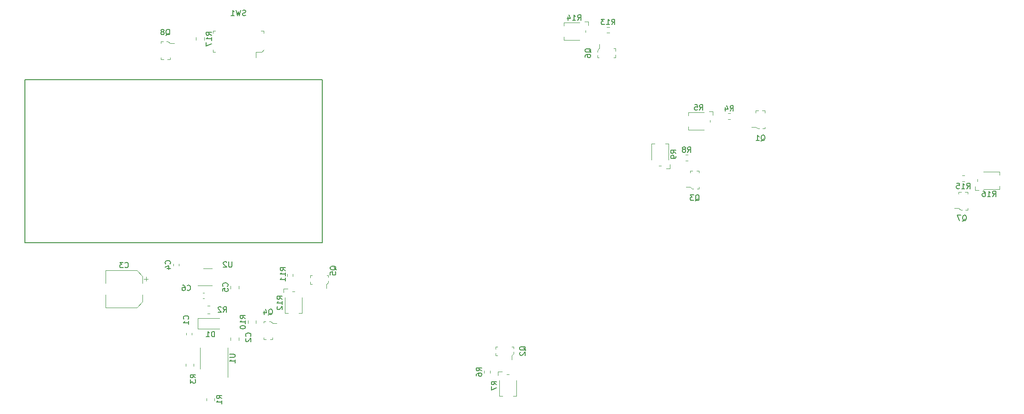
<source format=gbr>
%TF.GenerationSoftware,KiCad,Pcbnew,7.0.6-0*%
%TF.CreationDate,2023-08-22T23:51:49+02:00*%
%TF.ProjectId,tannenbaum,74616e6e-656e-4626-9175-6d2e6b696361,2.0*%
%TF.SameCoordinates,Original*%
%TF.FileFunction,Legend,Bot*%
%TF.FilePolarity,Positive*%
%FSLAX46Y46*%
G04 Gerber Fmt 4.6, Leading zero omitted, Abs format (unit mm)*
G04 Created by KiCad (PCBNEW 7.0.6-0) date 2023-08-22 23:51:49*
%MOMM*%
%LPD*%
G01*
G04 APERTURE LIST*
%ADD10C,0.150000*%
%ADD11C,0.120000*%
%ADD12C,0.100000*%
%ADD13C,0.127000*%
G04 APERTURE END LIST*
D10*
X73974819Y-128843095D02*
X74784342Y-128843095D01*
X74784342Y-128843095D02*
X74879580Y-128890714D01*
X74879580Y-128890714D02*
X74927200Y-128938333D01*
X74927200Y-128938333D02*
X74974819Y-129033571D01*
X74974819Y-129033571D02*
X74974819Y-129224047D01*
X74974819Y-129224047D02*
X74927200Y-129319285D01*
X74927200Y-129319285D02*
X74879580Y-129366904D01*
X74879580Y-129366904D02*
X74784342Y-129414523D01*
X74784342Y-129414523D02*
X73974819Y-129414523D01*
X74974819Y-130414523D02*
X74974819Y-129843095D01*
X74974819Y-130128809D02*
X73974819Y-130128809D01*
X73974819Y-130128809D02*
X74117676Y-130033571D01*
X74117676Y-130033571D02*
X74212914Y-129938333D01*
X74212914Y-129938333D02*
X74260533Y-129843095D01*
X74421904Y-111849819D02*
X74421904Y-112659342D01*
X74421904Y-112659342D02*
X74374285Y-112754580D01*
X74374285Y-112754580D02*
X74326666Y-112802200D01*
X74326666Y-112802200D02*
X74231428Y-112849819D01*
X74231428Y-112849819D02*
X74040952Y-112849819D01*
X74040952Y-112849819D02*
X73945714Y-112802200D01*
X73945714Y-112802200D02*
X73898095Y-112754580D01*
X73898095Y-112754580D02*
X73850476Y-112659342D01*
X73850476Y-112659342D02*
X73850476Y-111849819D01*
X73421904Y-111945057D02*
X73374285Y-111897438D01*
X73374285Y-111897438D02*
X73279047Y-111849819D01*
X73279047Y-111849819D02*
X73040952Y-111849819D01*
X73040952Y-111849819D02*
X72945714Y-111897438D01*
X72945714Y-111897438D02*
X72898095Y-111945057D01*
X72898095Y-111945057D02*
X72850476Y-112040295D01*
X72850476Y-112040295D02*
X72850476Y-112135533D01*
X72850476Y-112135533D02*
X72898095Y-112278390D01*
X72898095Y-112278390D02*
X73469523Y-112849819D01*
X73469523Y-112849819D02*
X72850476Y-112849819D01*
X70684819Y-70199642D02*
X70208628Y-69866309D01*
X70684819Y-69628214D02*
X69684819Y-69628214D01*
X69684819Y-69628214D02*
X69684819Y-70009166D01*
X69684819Y-70009166D02*
X69732438Y-70104404D01*
X69732438Y-70104404D02*
X69780057Y-70152023D01*
X69780057Y-70152023D02*
X69875295Y-70199642D01*
X69875295Y-70199642D02*
X70018152Y-70199642D01*
X70018152Y-70199642D02*
X70113390Y-70152023D01*
X70113390Y-70152023D02*
X70161009Y-70104404D01*
X70161009Y-70104404D02*
X70208628Y-70009166D01*
X70208628Y-70009166D02*
X70208628Y-69628214D01*
X70684819Y-71152023D02*
X70684819Y-70580595D01*
X70684819Y-70866309D02*
X69684819Y-70866309D01*
X69684819Y-70866309D02*
X69827676Y-70771071D01*
X69827676Y-70771071D02*
X69922914Y-70675833D01*
X69922914Y-70675833D02*
X69970533Y-70580595D01*
X69684819Y-71485357D02*
X69684819Y-72152023D01*
X69684819Y-72152023D02*
X70684819Y-71723452D01*
X214107857Y-99839819D02*
X214441190Y-99363628D01*
X214679285Y-99839819D02*
X214679285Y-98839819D01*
X214679285Y-98839819D02*
X214298333Y-98839819D01*
X214298333Y-98839819D02*
X214203095Y-98887438D01*
X214203095Y-98887438D02*
X214155476Y-98935057D01*
X214155476Y-98935057D02*
X214107857Y-99030295D01*
X214107857Y-99030295D02*
X214107857Y-99173152D01*
X214107857Y-99173152D02*
X214155476Y-99268390D01*
X214155476Y-99268390D02*
X214203095Y-99316009D01*
X214203095Y-99316009D02*
X214298333Y-99363628D01*
X214298333Y-99363628D02*
X214679285Y-99363628D01*
X213155476Y-99839819D02*
X213726904Y-99839819D01*
X213441190Y-99839819D02*
X213441190Y-98839819D01*
X213441190Y-98839819D02*
X213536428Y-98982676D01*
X213536428Y-98982676D02*
X213631666Y-99077914D01*
X213631666Y-99077914D02*
X213726904Y-99125533D01*
X212298333Y-98839819D02*
X212488809Y-98839819D01*
X212488809Y-98839819D02*
X212584047Y-98887438D01*
X212584047Y-98887438D02*
X212631666Y-98935057D01*
X212631666Y-98935057D02*
X212726904Y-99077914D01*
X212726904Y-99077914D02*
X212774523Y-99268390D01*
X212774523Y-99268390D02*
X212774523Y-99649342D01*
X212774523Y-99649342D02*
X212726904Y-99744580D01*
X212726904Y-99744580D02*
X212679285Y-99792200D01*
X212679285Y-99792200D02*
X212584047Y-99839819D01*
X212584047Y-99839819D02*
X212393571Y-99839819D01*
X212393571Y-99839819D02*
X212298333Y-99792200D01*
X212298333Y-99792200D02*
X212250714Y-99744580D01*
X212250714Y-99744580D02*
X212203095Y-99649342D01*
X212203095Y-99649342D02*
X212203095Y-99411247D01*
X212203095Y-99411247D02*
X212250714Y-99316009D01*
X212250714Y-99316009D02*
X212298333Y-99268390D01*
X212298333Y-99268390D02*
X212393571Y-99220771D01*
X212393571Y-99220771D02*
X212584047Y-99220771D01*
X212584047Y-99220771D02*
X212679285Y-99268390D01*
X212679285Y-99268390D02*
X212726904Y-99316009D01*
X212726904Y-99316009D02*
X212774523Y-99411247D01*
X209367857Y-98404819D02*
X209701190Y-97928628D01*
X209939285Y-98404819D02*
X209939285Y-97404819D01*
X209939285Y-97404819D02*
X209558333Y-97404819D01*
X209558333Y-97404819D02*
X209463095Y-97452438D01*
X209463095Y-97452438D02*
X209415476Y-97500057D01*
X209415476Y-97500057D02*
X209367857Y-97595295D01*
X209367857Y-97595295D02*
X209367857Y-97738152D01*
X209367857Y-97738152D02*
X209415476Y-97833390D01*
X209415476Y-97833390D02*
X209463095Y-97881009D01*
X209463095Y-97881009D02*
X209558333Y-97928628D01*
X209558333Y-97928628D02*
X209939285Y-97928628D01*
X208415476Y-98404819D02*
X208986904Y-98404819D01*
X208701190Y-98404819D02*
X208701190Y-97404819D01*
X208701190Y-97404819D02*
X208796428Y-97547676D01*
X208796428Y-97547676D02*
X208891666Y-97642914D01*
X208891666Y-97642914D02*
X208986904Y-97690533D01*
X207510714Y-97404819D02*
X207986904Y-97404819D01*
X207986904Y-97404819D02*
X208034523Y-97881009D01*
X208034523Y-97881009D02*
X207986904Y-97833390D01*
X207986904Y-97833390D02*
X207891666Y-97785771D01*
X207891666Y-97785771D02*
X207653571Y-97785771D01*
X207653571Y-97785771D02*
X207558333Y-97833390D01*
X207558333Y-97833390D02*
X207510714Y-97881009D01*
X207510714Y-97881009D02*
X207463095Y-97976247D01*
X207463095Y-97976247D02*
X207463095Y-98214342D01*
X207463095Y-98214342D02*
X207510714Y-98309580D01*
X207510714Y-98309580D02*
X207558333Y-98357200D01*
X207558333Y-98357200D02*
X207653571Y-98404819D01*
X207653571Y-98404819D02*
X207891666Y-98404819D01*
X207891666Y-98404819D02*
X207986904Y-98357200D01*
X207986904Y-98357200D02*
X208034523Y-98309580D01*
X137907857Y-67439819D02*
X138241190Y-66963628D01*
X138479285Y-67439819D02*
X138479285Y-66439819D01*
X138479285Y-66439819D02*
X138098333Y-66439819D01*
X138098333Y-66439819D02*
X138003095Y-66487438D01*
X138003095Y-66487438D02*
X137955476Y-66535057D01*
X137955476Y-66535057D02*
X137907857Y-66630295D01*
X137907857Y-66630295D02*
X137907857Y-66773152D01*
X137907857Y-66773152D02*
X137955476Y-66868390D01*
X137955476Y-66868390D02*
X138003095Y-66916009D01*
X138003095Y-66916009D02*
X138098333Y-66963628D01*
X138098333Y-66963628D02*
X138479285Y-66963628D01*
X136955476Y-67439819D02*
X137526904Y-67439819D01*
X137241190Y-67439819D02*
X137241190Y-66439819D01*
X137241190Y-66439819D02*
X137336428Y-66582676D01*
X137336428Y-66582676D02*
X137431666Y-66677914D01*
X137431666Y-66677914D02*
X137526904Y-66725533D01*
X136098333Y-66773152D02*
X136098333Y-67439819D01*
X136336428Y-66392200D02*
X136574523Y-67106485D01*
X136574523Y-67106485D02*
X135955476Y-67106485D01*
X144152857Y-68239819D02*
X144486190Y-67763628D01*
X144724285Y-68239819D02*
X144724285Y-67239819D01*
X144724285Y-67239819D02*
X144343333Y-67239819D01*
X144343333Y-67239819D02*
X144248095Y-67287438D01*
X144248095Y-67287438D02*
X144200476Y-67335057D01*
X144200476Y-67335057D02*
X144152857Y-67430295D01*
X144152857Y-67430295D02*
X144152857Y-67573152D01*
X144152857Y-67573152D02*
X144200476Y-67668390D01*
X144200476Y-67668390D02*
X144248095Y-67716009D01*
X144248095Y-67716009D02*
X144343333Y-67763628D01*
X144343333Y-67763628D02*
X144724285Y-67763628D01*
X143200476Y-68239819D02*
X143771904Y-68239819D01*
X143486190Y-68239819D02*
X143486190Y-67239819D01*
X143486190Y-67239819D02*
X143581428Y-67382676D01*
X143581428Y-67382676D02*
X143676666Y-67477914D01*
X143676666Y-67477914D02*
X143771904Y-67525533D01*
X142867142Y-67239819D02*
X142248095Y-67239819D01*
X142248095Y-67239819D02*
X142581428Y-67620771D01*
X142581428Y-67620771D02*
X142438571Y-67620771D01*
X142438571Y-67620771D02*
X142343333Y-67668390D01*
X142343333Y-67668390D02*
X142295714Y-67716009D01*
X142295714Y-67716009D02*
X142248095Y-67811247D01*
X142248095Y-67811247D02*
X142248095Y-68049342D01*
X142248095Y-68049342D02*
X142295714Y-68144580D01*
X142295714Y-68144580D02*
X142343333Y-68192200D01*
X142343333Y-68192200D02*
X142438571Y-68239819D01*
X142438571Y-68239819D02*
X142724285Y-68239819D01*
X142724285Y-68239819D02*
X142819523Y-68192200D01*
X142819523Y-68192200D02*
X142867142Y-68144580D01*
X83679819Y-118737142D02*
X83203628Y-118403809D01*
X83679819Y-118165714D02*
X82679819Y-118165714D01*
X82679819Y-118165714D02*
X82679819Y-118546666D01*
X82679819Y-118546666D02*
X82727438Y-118641904D01*
X82727438Y-118641904D02*
X82775057Y-118689523D01*
X82775057Y-118689523D02*
X82870295Y-118737142D01*
X82870295Y-118737142D02*
X83013152Y-118737142D01*
X83013152Y-118737142D02*
X83108390Y-118689523D01*
X83108390Y-118689523D02*
X83156009Y-118641904D01*
X83156009Y-118641904D02*
X83203628Y-118546666D01*
X83203628Y-118546666D02*
X83203628Y-118165714D01*
X83679819Y-119689523D02*
X83679819Y-119118095D01*
X83679819Y-119403809D02*
X82679819Y-119403809D01*
X82679819Y-119403809D02*
X82822676Y-119308571D01*
X82822676Y-119308571D02*
X82917914Y-119213333D01*
X82917914Y-119213333D02*
X82965533Y-119118095D01*
X82775057Y-120070476D02*
X82727438Y-120118095D01*
X82727438Y-120118095D02*
X82679819Y-120213333D01*
X82679819Y-120213333D02*
X82679819Y-120451428D01*
X82679819Y-120451428D02*
X82727438Y-120546666D01*
X82727438Y-120546666D02*
X82775057Y-120594285D01*
X82775057Y-120594285D02*
X82870295Y-120641904D01*
X82870295Y-120641904D02*
X82965533Y-120641904D01*
X82965533Y-120641904D02*
X83108390Y-120594285D01*
X83108390Y-120594285D02*
X83679819Y-120022857D01*
X83679819Y-120022857D02*
X83679819Y-120641904D01*
X76909819Y-122269642D02*
X76433628Y-121936309D01*
X76909819Y-121698214D02*
X75909819Y-121698214D01*
X75909819Y-121698214D02*
X75909819Y-122079166D01*
X75909819Y-122079166D02*
X75957438Y-122174404D01*
X75957438Y-122174404D02*
X76005057Y-122222023D01*
X76005057Y-122222023D02*
X76100295Y-122269642D01*
X76100295Y-122269642D02*
X76243152Y-122269642D01*
X76243152Y-122269642D02*
X76338390Y-122222023D01*
X76338390Y-122222023D02*
X76386009Y-122174404D01*
X76386009Y-122174404D02*
X76433628Y-122079166D01*
X76433628Y-122079166D02*
X76433628Y-121698214D01*
X76909819Y-123222023D02*
X76909819Y-122650595D01*
X76909819Y-122936309D02*
X75909819Y-122936309D01*
X75909819Y-122936309D02*
X76052676Y-122841071D01*
X76052676Y-122841071D02*
X76147914Y-122745833D01*
X76147914Y-122745833D02*
X76195533Y-122650595D01*
X75909819Y-123841071D02*
X75909819Y-123936309D01*
X75909819Y-123936309D02*
X75957438Y-124031547D01*
X75957438Y-124031547D02*
X76005057Y-124079166D01*
X76005057Y-124079166D02*
X76100295Y-124126785D01*
X76100295Y-124126785D02*
X76290771Y-124174404D01*
X76290771Y-124174404D02*
X76528866Y-124174404D01*
X76528866Y-124174404D02*
X76719342Y-124126785D01*
X76719342Y-124126785D02*
X76814580Y-124079166D01*
X76814580Y-124079166D02*
X76862200Y-124031547D01*
X76862200Y-124031547D02*
X76909819Y-123936309D01*
X76909819Y-123936309D02*
X76909819Y-123841071D01*
X76909819Y-123841071D02*
X76862200Y-123745833D01*
X76862200Y-123745833D02*
X76814580Y-123698214D01*
X76814580Y-123698214D02*
X76719342Y-123650595D01*
X76719342Y-123650595D02*
X76528866Y-123602976D01*
X76528866Y-123602976D02*
X76290771Y-123602976D01*
X76290771Y-123602976D02*
X76100295Y-123650595D01*
X76100295Y-123650595D02*
X76005057Y-123698214D01*
X76005057Y-123698214D02*
X75957438Y-123745833D01*
X75957438Y-123745833D02*
X75909819Y-123841071D01*
X155989819Y-91908333D02*
X155513628Y-91575000D01*
X155989819Y-91336905D02*
X154989819Y-91336905D01*
X154989819Y-91336905D02*
X154989819Y-91717857D01*
X154989819Y-91717857D02*
X155037438Y-91813095D01*
X155037438Y-91813095D02*
X155085057Y-91860714D01*
X155085057Y-91860714D02*
X155180295Y-91908333D01*
X155180295Y-91908333D02*
X155323152Y-91908333D01*
X155323152Y-91908333D02*
X155418390Y-91860714D01*
X155418390Y-91860714D02*
X155466009Y-91813095D01*
X155466009Y-91813095D02*
X155513628Y-91717857D01*
X155513628Y-91717857D02*
X155513628Y-91336905D01*
X155989819Y-92384524D02*
X155989819Y-92575000D01*
X155989819Y-92575000D02*
X155942200Y-92670238D01*
X155942200Y-92670238D02*
X155894580Y-92717857D01*
X155894580Y-92717857D02*
X155751723Y-92813095D01*
X155751723Y-92813095D02*
X155561247Y-92860714D01*
X155561247Y-92860714D02*
X155180295Y-92860714D01*
X155180295Y-92860714D02*
X155085057Y-92813095D01*
X155085057Y-92813095D02*
X155037438Y-92765476D01*
X155037438Y-92765476D02*
X154989819Y-92670238D01*
X154989819Y-92670238D02*
X154989819Y-92479762D01*
X154989819Y-92479762D02*
X155037438Y-92384524D01*
X155037438Y-92384524D02*
X155085057Y-92336905D01*
X155085057Y-92336905D02*
X155180295Y-92289286D01*
X155180295Y-92289286D02*
X155418390Y-92289286D01*
X155418390Y-92289286D02*
X155513628Y-92336905D01*
X155513628Y-92336905D02*
X155561247Y-92384524D01*
X155561247Y-92384524D02*
X155608866Y-92479762D01*
X155608866Y-92479762D02*
X155608866Y-92670238D01*
X155608866Y-92670238D02*
X155561247Y-92765476D01*
X155561247Y-92765476D02*
X155513628Y-92813095D01*
X155513628Y-92813095D02*
X155418390Y-92860714D01*
X158091666Y-91734819D02*
X158424999Y-91258628D01*
X158663094Y-91734819D02*
X158663094Y-90734819D01*
X158663094Y-90734819D02*
X158282142Y-90734819D01*
X158282142Y-90734819D02*
X158186904Y-90782438D01*
X158186904Y-90782438D02*
X158139285Y-90830057D01*
X158139285Y-90830057D02*
X158091666Y-90925295D01*
X158091666Y-90925295D02*
X158091666Y-91068152D01*
X158091666Y-91068152D02*
X158139285Y-91163390D01*
X158139285Y-91163390D02*
X158186904Y-91211009D01*
X158186904Y-91211009D02*
X158282142Y-91258628D01*
X158282142Y-91258628D02*
X158663094Y-91258628D01*
X157520237Y-91163390D02*
X157615475Y-91115771D01*
X157615475Y-91115771D02*
X157663094Y-91068152D01*
X157663094Y-91068152D02*
X157710713Y-90972914D01*
X157710713Y-90972914D02*
X157710713Y-90925295D01*
X157710713Y-90925295D02*
X157663094Y-90830057D01*
X157663094Y-90830057D02*
X157615475Y-90782438D01*
X157615475Y-90782438D02*
X157520237Y-90734819D01*
X157520237Y-90734819D02*
X157329761Y-90734819D01*
X157329761Y-90734819D02*
X157234523Y-90782438D01*
X157234523Y-90782438D02*
X157186904Y-90830057D01*
X157186904Y-90830057D02*
X157139285Y-90925295D01*
X157139285Y-90925295D02*
X157139285Y-90972914D01*
X157139285Y-90972914D02*
X157186904Y-91068152D01*
X157186904Y-91068152D02*
X157234523Y-91115771D01*
X157234523Y-91115771D02*
X157329761Y-91163390D01*
X157329761Y-91163390D02*
X157520237Y-91163390D01*
X157520237Y-91163390D02*
X157615475Y-91211009D01*
X157615475Y-91211009D02*
X157663094Y-91258628D01*
X157663094Y-91258628D02*
X157710713Y-91353866D01*
X157710713Y-91353866D02*
X157710713Y-91544342D01*
X157710713Y-91544342D02*
X157663094Y-91639580D01*
X157663094Y-91639580D02*
X157615475Y-91687200D01*
X157615475Y-91687200D02*
X157520237Y-91734819D01*
X157520237Y-91734819D02*
X157329761Y-91734819D01*
X157329761Y-91734819D02*
X157234523Y-91687200D01*
X157234523Y-91687200D02*
X157186904Y-91639580D01*
X157186904Y-91639580D02*
X157139285Y-91544342D01*
X157139285Y-91544342D02*
X157139285Y-91353866D01*
X157139285Y-91353866D02*
X157186904Y-91258628D01*
X157186904Y-91258628D02*
X157234523Y-91211009D01*
X157234523Y-91211009D02*
X157329761Y-91163390D01*
X123049819Y-134453333D02*
X122573628Y-134120000D01*
X123049819Y-133881905D02*
X122049819Y-133881905D01*
X122049819Y-133881905D02*
X122049819Y-134262857D01*
X122049819Y-134262857D02*
X122097438Y-134358095D01*
X122097438Y-134358095D02*
X122145057Y-134405714D01*
X122145057Y-134405714D02*
X122240295Y-134453333D01*
X122240295Y-134453333D02*
X122383152Y-134453333D01*
X122383152Y-134453333D02*
X122478390Y-134405714D01*
X122478390Y-134405714D02*
X122526009Y-134358095D01*
X122526009Y-134358095D02*
X122573628Y-134262857D01*
X122573628Y-134262857D02*
X122573628Y-133881905D01*
X122049819Y-134786667D02*
X122049819Y-135453333D01*
X122049819Y-135453333D02*
X123049819Y-135024762D01*
X160291666Y-83949819D02*
X160624999Y-83473628D01*
X160863094Y-83949819D02*
X160863094Y-82949819D01*
X160863094Y-82949819D02*
X160482142Y-82949819D01*
X160482142Y-82949819D02*
X160386904Y-82997438D01*
X160386904Y-82997438D02*
X160339285Y-83045057D01*
X160339285Y-83045057D02*
X160291666Y-83140295D01*
X160291666Y-83140295D02*
X160291666Y-83283152D01*
X160291666Y-83283152D02*
X160339285Y-83378390D01*
X160339285Y-83378390D02*
X160386904Y-83426009D01*
X160386904Y-83426009D02*
X160482142Y-83473628D01*
X160482142Y-83473628D02*
X160863094Y-83473628D01*
X159386904Y-82949819D02*
X159863094Y-82949819D01*
X159863094Y-82949819D02*
X159910713Y-83426009D01*
X159910713Y-83426009D02*
X159863094Y-83378390D01*
X159863094Y-83378390D02*
X159767856Y-83330771D01*
X159767856Y-83330771D02*
X159529761Y-83330771D01*
X159529761Y-83330771D02*
X159434523Y-83378390D01*
X159434523Y-83378390D02*
X159386904Y-83426009D01*
X159386904Y-83426009D02*
X159339285Y-83521247D01*
X159339285Y-83521247D02*
X159339285Y-83759342D01*
X159339285Y-83759342D02*
X159386904Y-83854580D01*
X159386904Y-83854580D02*
X159434523Y-83902200D01*
X159434523Y-83902200D02*
X159529761Y-83949819D01*
X159529761Y-83949819D02*
X159767856Y-83949819D01*
X159767856Y-83949819D02*
X159863094Y-83902200D01*
X159863094Y-83902200D02*
X159910713Y-83854580D01*
X62300238Y-70200057D02*
X62395476Y-70152438D01*
X62395476Y-70152438D02*
X62490714Y-70057200D01*
X62490714Y-70057200D02*
X62633571Y-69914342D01*
X62633571Y-69914342D02*
X62728809Y-69866723D01*
X62728809Y-69866723D02*
X62824047Y-69866723D01*
X62776428Y-70104819D02*
X62871666Y-70057200D01*
X62871666Y-70057200D02*
X62966904Y-69961961D01*
X62966904Y-69961961D02*
X63014523Y-69771485D01*
X63014523Y-69771485D02*
X63014523Y-69438152D01*
X63014523Y-69438152D02*
X62966904Y-69247676D01*
X62966904Y-69247676D02*
X62871666Y-69152438D01*
X62871666Y-69152438D02*
X62776428Y-69104819D01*
X62776428Y-69104819D02*
X62585952Y-69104819D01*
X62585952Y-69104819D02*
X62490714Y-69152438D01*
X62490714Y-69152438D02*
X62395476Y-69247676D01*
X62395476Y-69247676D02*
X62347857Y-69438152D01*
X62347857Y-69438152D02*
X62347857Y-69771485D01*
X62347857Y-69771485D02*
X62395476Y-69961961D01*
X62395476Y-69961961D02*
X62490714Y-70057200D01*
X62490714Y-70057200D02*
X62585952Y-70104819D01*
X62585952Y-70104819D02*
X62776428Y-70104819D01*
X61776428Y-69533390D02*
X61871666Y-69485771D01*
X61871666Y-69485771D02*
X61919285Y-69438152D01*
X61919285Y-69438152D02*
X61966904Y-69342914D01*
X61966904Y-69342914D02*
X61966904Y-69295295D01*
X61966904Y-69295295D02*
X61919285Y-69200057D01*
X61919285Y-69200057D02*
X61871666Y-69152438D01*
X61871666Y-69152438D02*
X61776428Y-69104819D01*
X61776428Y-69104819D02*
X61585952Y-69104819D01*
X61585952Y-69104819D02*
X61490714Y-69152438D01*
X61490714Y-69152438D02*
X61443095Y-69200057D01*
X61443095Y-69200057D02*
X61395476Y-69295295D01*
X61395476Y-69295295D02*
X61395476Y-69342914D01*
X61395476Y-69342914D02*
X61443095Y-69438152D01*
X61443095Y-69438152D02*
X61490714Y-69485771D01*
X61490714Y-69485771D02*
X61585952Y-69533390D01*
X61585952Y-69533390D02*
X61776428Y-69533390D01*
X61776428Y-69533390D02*
X61871666Y-69581009D01*
X61871666Y-69581009D02*
X61919285Y-69628628D01*
X61919285Y-69628628D02*
X61966904Y-69723866D01*
X61966904Y-69723866D02*
X61966904Y-69914342D01*
X61966904Y-69914342D02*
X61919285Y-70009580D01*
X61919285Y-70009580D02*
X61871666Y-70057200D01*
X61871666Y-70057200D02*
X61776428Y-70104819D01*
X61776428Y-70104819D02*
X61585952Y-70104819D01*
X61585952Y-70104819D02*
X61490714Y-70057200D01*
X61490714Y-70057200D02*
X61443095Y-70009580D01*
X61443095Y-70009580D02*
X61395476Y-69914342D01*
X61395476Y-69914342D02*
X61395476Y-69723866D01*
X61395476Y-69723866D02*
X61443095Y-69628628D01*
X61443095Y-69628628D02*
X61490714Y-69581009D01*
X61490714Y-69581009D02*
X61585952Y-69533390D01*
X208570238Y-104375057D02*
X208665476Y-104327438D01*
X208665476Y-104327438D02*
X208760714Y-104232200D01*
X208760714Y-104232200D02*
X208903571Y-104089342D01*
X208903571Y-104089342D02*
X208998809Y-104041723D01*
X208998809Y-104041723D02*
X209094047Y-104041723D01*
X209046428Y-104279819D02*
X209141666Y-104232200D01*
X209141666Y-104232200D02*
X209236904Y-104136961D01*
X209236904Y-104136961D02*
X209284523Y-103946485D01*
X209284523Y-103946485D02*
X209284523Y-103613152D01*
X209284523Y-103613152D02*
X209236904Y-103422676D01*
X209236904Y-103422676D02*
X209141666Y-103327438D01*
X209141666Y-103327438D02*
X209046428Y-103279819D01*
X209046428Y-103279819D02*
X208855952Y-103279819D01*
X208855952Y-103279819D02*
X208760714Y-103327438D01*
X208760714Y-103327438D02*
X208665476Y-103422676D01*
X208665476Y-103422676D02*
X208617857Y-103613152D01*
X208617857Y-103613152D02*
X208617857Y-103946485D01*
X208617857Y-103946485D02*
X208665476Y-104136961D01*
X208665476Y-104136961D02*
X208760714Y-104232200D01*
X208760714Y-104232200D02*
X208855952Y-104279819D01*
X208855952Y-104279819D02*
X209046428Y-104279819D01*
X208284523Y-103279819D02*
X207617857Y-103279819D01*
X207617857Y-103279819D02*
X208046428Y-104279819D01*
X84274819Y-113467142D02*
X83798628Y-113133809D01*
X84274819Y-112895714D02*
X83274819Y-112895714D01*
X83274819Y-112895714D02*
X83274819Y-113276666D01*
X83274819Y-113276666D02*
X83322438Y-113371904D01*
X83322438Y-113371904D02*
X83370057Y-113419523D01*
X83370057Y-113419523D02*
X83465295Y-113467142D01*
X83465295Y-113467142D02*
X83608152Y-113467142D01*
X83608152Y-113467142D02*
X83703390Y-113419523D01*
X83703390Y-113419523D02*
X83751009Y-113371904D01*
X83751009Y-113371904D02*
X83798628Y-113276666D01*
X83798628Y-113276666D02*
X83798628Y-112895714D01*
X84274819Y-114419523D02*
X84274819Y-113848095D01*
X84274819Y-114133809D02*
X83274819Y-114133809D01*
X83274819Y-114133809D02*
X83417676Y-114038571D01*
X83417676Y-114038571D02*
X83512914Y-113943333D01*
X83512914Y-113943333D02*
X83560533Y-113848095D01*
X84274819Y-115371904D02*
X84274819Y-114800476D01*
X84274819Y-115086190D02*
X83274819Y-115086190D01*
X83274819Y-115086190D02*
X83417676Y-114990952D01*
X83417676Y-114990952D02*
X83512914Y-114895714D01*
X83512914Y-114895714D02*
X83560533Y-114800476D01*
X120309819Y-131913333D02*
X119833628Y-131580000D01*
X120309819Y-131341905D02*
X119309819Y-131341905D01*
X119309819Y-131341905D02*
X119309819Y-131722857D01*
X119309819Y-131722857D02*
X119357438Y-131818095D01*
X119357438Y-131818095D02*
X119405057Y-131865714D01*
X119405057Y-131865714D02*
X119500295Y-131913333D01*
X119500295Y-131913333D02*
X119643152Y-131913333D01*
X119643152Y-131913333D02*
X119738390Y-131865714D01*
X119738390Y-131865714D02*
X119786009Y-131818095D01*
X119786009Y-131818095D02*
X119833628Y-131722857D01*
X119833628Y-131722857D02*
X119833628Y-131341905D01*
X119309819Y-132770476D02*
X119309819Y-132580000D01*
X119309819Y-132580000D02*
X119357438Y-132484762D01*
X119357438Y-132484762D02*
X119405057Y-132437143D01*
X119405057Y-132437143D02*
X119547914Y-132341905D01*
X119547914Y-132341905D02*
X119738390Y-132294286D01*
X119738390Y-132294286D02*
X120119342Y-132294286D01*
X120119342Y-132294286D02*
X120214580Y-132341905D01*
X120214580Y-132341905D02*
X120262200Y-132389524D01*
X120262200Y-132389524D02*
X120309819Y-132484762D01*
X120309819Y-132484762D02*
X120309819Y-132675238D01*
X120309819Y-132675238D02*
X120262200Y-132770476D01*
X120262200Y-132770476D02*
X120214580Y-132818095D01*
X120214580Y-132818095D02*
X120119342Y-132865714D01*
X120119342Y-132865714D02*
X119881247Y-132865714D01*
X119881247Y-132865714D02*
X119786009Y-132818095D01*
X119786009Y-132818095D02*
X119738390Y-132770476D01*
X119738390Y-132770476D02*
X119690771Y-132675238D01*
X119690771Y-132675238D02*
X119690771Y-132484762D01*
X119690771Y-132484762D02*
X119738390Y-132389524D01*
X119738390Y-132389524D02*
X119786009Y-132341905D01*
X119786009Y-132341905D02*
X119881247Y-132294286D01*
X67764819Y-133183333D02*
X67288628Y-132850000D01*
X67764819Y-132611905D02*
X66764819Y-132611905D01*
X66764819Y-132611905D02*
X66764819Y-132992857D01*
X66764819Y-132992857D02*
X66812438Y-133088095D01*
X66812438Y-133088095D02*
X66860057Y-133135714D01*
X66860057Y-133135714D02*
X66955295Y-133183333D01*
X66955295Y-133183333D02*
X67098152Y-133183333D01*
X67098152Y-133183333D02*
X67193390Y-133135714D01*
X67193390Y-133135714D02*
X67241009Y-133088095D01*
X67241009Y-133088095D02*
X67288628Y-132992857D01*
X67288628Y-132992857D02*
X67288628Y-132611905D01*
X66764819Y-133516667D02*
X66764819Y-134135714D01*
X66764819Y-134135714D02*
X67145771Y-133802381D01*
X67145771Y-133802381D02*
X67145771Y-133945238D01*
X67145771Y-133945238D02*
X67193390Y-134040476D01*
X67193390Y-134040476D02*
X67241009Y-134088095D01*
X67241009Y-134088095D02*
X67336247Y-134135714D01*
X67336247Y-134135714D02*
X67574342Y-134135714D01*
X67574342Y-134135714D02*
X67669580Y-134088095D01*
X67669580Y-134088095D02*
X67717200Y-134040476D01*
X67717200Y-134040476D02*
X67764819Y-133945238D01*
X67764819Y-133945238D02*
X67764819Y-133659524D01*
X67764819Y-133659524D02*
X67717200Y-133564286D01*
X67717200Y-133564286D02*
X67669580Y-133516667D01*
X72834166Y-121104819D02*
X73167499Y-120628628D01*
X73405594Y-121104819D02*
X73405594Y-120104819D01*
X73405594Y-120104819D02*
X73024642Y-120104819D01*
X73024642Y-120104819D02*
X72929404Y-120152438D01*
X72929404Y-120152438D02*
X72881785Y-120200057D01*
X72881785Y-120200057D02*
X72834166Y-120295295D01*
X72834166Y-120295295D02*
X72834166Y-120438152D01*
X72834166Y-120438152D02*
X72881785Y-120533390D01*
X72881785Y-120533390D02*
X72929404Y-120581009D01*
X72929404Y-120581009D02*
X73024642Y-120628628D01*
X73024642Y-120628628D02*
X73405594Y-120628628D01*
X72453213Y-120200057D02*
X72405594Y-120152438D01*
X72405594Y-120152438D02*
X72310356Y-120104819D01*
X72310356Y-120104819D02*
X72072261Y-120104819D01*
X72072261Y-120104819D02*
X71977023Y-120152438D01*
X71977023Y-120152438D02*
X71929404Y-120200057D01*
X71929404Y-120200057D02*
X71881785Y-120295295D01*
X71881785Y-120295295D02*
X71881785Y-120390533D01*
X71881785Y-120390533D02*
X71929404Y-120533390D01*
X71929404Y-120533390D02*
X72500832Y-121104819D01*
X72500832Y-121104819D02*
X71881785Y-121104819D01*
X72589819Y-136993333D02*
X72113628Y-136660000D01*
X72589819Y-136421905D02*
X71589819Y-136421905D01*
X71589819Y-136421905D02*
X71589819Y-136802857D01*
X71589819Y-136802857D02*
X71637438Y-136898095D01*
X71637438Y-136898095D02*
X71685057Y-136945714D01*
X71685057Y-136945714D02*
X71780295Y-136993333D01*
X71780295Y-136993333D02*
X71923152Y-136993333D01*
X71923152Y-136993333D02*
X72018390Y-136945714D01*
X72018390Y-136945714D02*
X72066009Y-136898095D01*
X72066009Y-136898095D02*
X72113628Y-136802857D01*
X72113628Y-136802857D02*
X72113628Y-136421905D01*
X72589819Y-137945714D02*
X72589819Y-137374286D01*
X72589819Y-137660000D02*
X71589819Y-137660000D01*
X71589819Y-137660000D02*
X71732676Y-137564762D01*
X71732676Y-137564762D02*
X71827914Y-137469524D01*
X71827914Y-137469524D02*
X71875533Y-137374286D01*
X71223094Y-125644819D02*
X71223094Y-124644819D01*
X71223094Y-124644819D02*
X70984999Y-124644819D01*
X70984999Y-124644819D02*
X70842142Y-124692438D01*
X70842142Y-124692438D02*
X70746904Y-124787676D01*
X70746904Y-124787676D02*
X70699285Y-124882914D01*
X70699285Y-124882914D02*
X70651666Y-125073390D01*
X70651666Y-125073390D02*
X70651666Y-125216247D01*
X70651666Y-125216247D02*
X70699285Y-125406723D01*
X70699285Y-125406723D02*
X70746904Y-125501961D01*
X70746904Y-125501961D02*
X70842142Y-125597200D01*
X70842142Y-125597200D02*
X70984999Y-125644819D01*
X70984999Y-125644819D02*
X71223094Y-125644819D01*
X69699285Y-125644819D02*
X70270713Y-125644819D01*
X69984999Y-125644819D02*
X69984999Y-124644819D01*
X69984999Y-124644819D02*
X70080237Y-124787676D01*
X70080237Y-124787676D02*
X70175475Y-124882914D01*
X70175475Y-124882914D02*
X70270713Y-124930533D01*
X66206666Y-117039580D02*
X66254285Y-117087200D01*
X66254285Y-117087200D02*
X66397142Y-117134819D01*
X66397142Y-117134819D02*
X66492380Y-117134819D01*
X66492380Y-117134819D02*
X66635237Y-117087200D01*
X66635237Y-117087200D02*
X66730475Y-116991961D01*
X66730475Y-116991961D02*
X66778094Y-116896723D01*
X66778094Y-116896723D02*
X66825713Y-116706247D01*
X66825713Y-116706247D02*
X66825713Y-116563390D01*
X66825713Y-116563390D02*
X66778094Y-116372914D01*
X66778094Y-116372914D02*
X66730475Y-116277676D01*
X66730475Y-116277676D02*
X66635237Y-116182438D01*
X66635237Y-116182438D02*
X66492380Y-116134819D01*
X66492380Y-116134819D02*
X66397142Y-116134819D01*
X66397142Y-116134819D02*
X66254285Y-116182438D01*
X66254285Y-116182438D02*
X66206666Y-116230057D01*
X65349523Y-116134819D02*
X65539999Y-116134819D01*
X65539999Y-116134819D02*
X65635237Y-116182438D01*
X65635237Y-116182438D02*
X65682856Y-116230057D01*
X65682856Y-116230057D02*
X65778094Y-116372914D01*
X65778094Y-116372914D02*
X65825713Y-116563390D01*
X65825713Y-116563390D02*
X65825713Y-116944342D01*
X65825713Y-116944342D02*
X65778094Y-117039580D01*
X65778094Y-117039580D02*
X65730475Y-117087200D01*
X65730475Y-117087200D02*
X65635237Y-117134819D01*
X65635237Y-117134819D02*
X65444761Y-117134819D01*
X65444761Y-117134819D02*
X65349523Y-117087200D01*
X65349523Y-117087200D02*
X65301904Y-117039580D01*
X65301904Y-117039580D02*
X65254285Y-116944342D01*
X65254285Y-116944342D02*
X65254285Y-116706247D01*
X65254285Y-116706247D02*
X65301904Y-116611009D01*
X65301904Y-116611009D02*
X65349523Y-116563390D01*
X65349523Y-116563390D02*
X65444761Y-116515771D01*
X65444761Y-116515771D02*
X65635237Y-116515771D01*
X65635237Y-116515771D02*
X65730475Y-116563390D01*
X65730475Y-116563390D02*
X65778094Y-116611009D01*
X65778094Y-116611009D02*
X65825713Y-116706247D01*
X73609580Y-116353333D02*
X73657200Y-116305714D01*
X73657200Y-116305714D02*
X73704819Y-116162857D01*
X73704819Y-116162857D02*
X73704819Y-116067619D01*
X73704819Y-116067619D02*
X73657200Y-115924762D01*
X73657200Y-115924762D02*
X73561961Y-115829524D01*
X73561961Y-115829524D02*
X73466723Y-115781905D01*
X73466723Y-115781905D02*
X73276247Y-115734286D01*
X73276247Y-115734286D02*
X73133390Y-115734286D01*
X73133390Y-115734286D02*
X72942914Y-115781905D01*
X72942914Y-115781905D02*
X72847676Y-115829524D01*
X72847676Y-115829524D02*
X72752438Y-115924762D01*
X72752438Y-115924762D02*
X72704819Y-116067619D01*
X72704819Y-116067619D02*
X72704819Y-116162857D01*
X72704819Y-116162857D02*
X72752438Y-116305714D01*
X72752438Y-116305714D02*
X72800057Y-116353333D01*
X72704819Y-117258095D02*
X72704819Y-116781905D01*
X72704819Y-116781905D02*
X73181009Y-116734286D01*
X73181009Y-116734286D02*
X73133390Y-116781905D01*
X73133390Y-116781905D02*
X73085771Y-116877143D01*
X73085771Y-116877143D02*
X73085771Y-117115238D01*
X73085771Y-117115238D02*
X73133390Y-117210476D01*
X73133390Y-117210476D02*
X73181009Y-117258095D01*
X73181009Y-117258095D02*
X73276247Y-117305714D01*
X73276247Y-117305714D02*
X73514342Y-117305714D01*
X73514342Y-117305714D02*
X73609580Y-117258095D01*
X73609580Y-117258095D02*
X73657200Y-117210476D01*
X73657200Y-117210476D02*
X73704819Y-117115238D01*
X73704819Y-117115238D02*
X73704819Y-116877143D01*
X73704819Y-116877143D02*
X73657200Y-116781905D01*
X73657200Y-116781905D02*
X73609580Y-116734286D01*
X77829580Y-125563333D02*
X77877200Y-125515714D01*
X77877200Y-125515714D02*
X77924819Y-125372857D01*
X77924819Y-125372857D02*
X77924819Y-125277619D01*
X77924819Y-125277619D02*
X77877200Y-125134762D01*
X77877200Y-125134762D02*
X77781961Y-125039524D01*
X77781961Y-125039524D02*
X77686723Y-124991905D01*
X77686723Y-124991905D02*
X77496247Y-124944286D01*
X77496247Y-124944286D02*
X77353390Y-124944286D01*
X77353390Y-124944286D02*
X77162914Y-124991905D01*
X77162914Y-124991905D02*
X77067676Y-125039524D01*
X77067676Y-125039524D02*
X76972438Y-125134762D01*
X76972438Y-125134762D02*
X76924819Y-125277619D01*
X76924819Y-125277619D02*
X76924819Y-125372857D01*
X76924819Y-125372857D02*
X76972438Y-125515714D01*
X76972438Y-125515714D02*
X77020057Y-125563333D01*
X77020057Y-125944286D02*
X76972438Y-125991905D01*
X76972438Y-125991905D02*
X76924819Y-126087143D01*
X76924819Y-126087143D02*
X76924819Y-126325238D01*
X76924819Y-126325238D02*
X76972438Y-126420476D01*
X76972438Y-126420476D02*
X77020057Y-126468095D01*
X77020057Y-126468095D02*
X77115295Y-126515714D01*
X77115295Y-126515714D02*
X77210533Y-126515714D01*
X77210533Y-126515714D02*
X77353390Y-126468095D01*
X77353390Y-126468095D02*
X77924819Y-125896667D01*
X77924819Y-125896667D02*
X77924819Y-126515714D01*
X66399580Y-122388333D02*
X66447200Y-122340714D01*
X66447200Y-122340714D02*
X66494819Y-122197857D01*
X66494819Y-122197857D02*
X66494819Y-122102619D01*
X66494819Y-122102619D02*
X66447200Y-121959762D01*
X66447200Y-121959762D02*
X66351961Y-121864524D01*
X66351961Y-121864524D02*
X66256723Y-121816905D01*
X66256723Y-121816905D02*
X66066247Y-121769286D01*
X66066247Y-121769286D02*
X65923390Y-121769286D01*
X65923390Y-121769286D02*
X65732914Y-121816905D01*
X65732914Y-121816905D02*
X65637676Y-121864524D01*
X65637676Y-121864524D02*
X65542438Y-121959762D01*
X65542438Y-121959762D02*
X65494819Y-122102619D01*
X65494819Y-122102619D02*
X65494819Y-122197857D01*
X65494819Y-122197857D02*
X65542438Y-122340714D01*
X65542438Y-122340714D02*
X65590057Y-122388333D01*
X66494819Y-123340714D02*
X66494819Y-122769286D01*
X66494819Y-123055000D02*
X65494819Y-123055000D01*
X65494819Y-123055000D02*
X65637676Y-122959762D01*
X65637676Y-122959762D02*
X65732914Y-122864524D01*
X65732914Y-122864524D02*
X65780533Y-122769286D01*
X63064580Y-112228333D02*
X63112200Y-112180714D01*
X63112200Y-112180714D02*
X63159819Y-112037857D01*
X63159819Y-112037857D02*
X63159819Y-111942619D01*
X63159819Y-111942619D02*
X63112200Y-111799762D01*
X63112200Y-111799762D02*
X63016961Y-111704524D01*
X63016961Y-111704524D02*
X62921723Y-111656905D01*
X62921723Y-111656905D02*
X62731247Y-111609286D01*
X62731247Y-111609286D02*
X62588390Y-111609286D01*
X62588390Y-111609286D02*
X62397914Y-111656905D01*
X62397914Y-111656905D02*
X62302676Y-111704524D01*
X62302676Y-111704524D02*
X62207438Y-111799762D01*
X62207438Y-111799762D02*
X62159819Y-111942619D01*
X62159819Y-111942619D02*
X62159819Y-112037857D01*
X62159819Y-112037857D02*
X62207438Y-112180714D01*
X62207438Y-112180714D02*
X62255057Y-112228333D01*
X62493152Y-113085476D02*
X63159819Y-113085476D01*
X62112200Y-112847381D02*
X62826485Y-112609286D01*
X62826485Y-112609286D02*
X62826485Y-113228333D01*
X76938332Y-66537200D02*
X76795475Y-66584819D01*
X76795475Y-66584819D02*
X76557380Y-66584819D01*
X76557380Y-66584819D02*
X76462142Y-66537200D01*
X76462142Y-66537200D02*
X76414523Y-66489580D01*
X76414523Y-66489580D02*
X76366904Y-66394342D01*
X76366904Y-66394342D02*
X76366904Y-66299104D01*
X76366904Y-66299104D02*
X76414523Y-66203866D01*
X76414523Y-66203866D02*
X76462142Y-66156247D01*
X76462142Y-66156247D02*
X76557380Y-66108628D01*
X76557380Y-66108628D02*
X76747856Y-66061009D01*
X76747856Y-66061009D02*
X76843094Y-66013390D01*
X76843094Y-66013390D02*
X76890713Y-65965771D01*
X76890713Y-65965771D02*
X76938332Y-65870533D01*
X76938332Y-65870533D02*
X76938332Y-65775295D01*
X76938332Y-65775295D02*
X76890713Y-65680057D01*
X76890713Y-65680057D02*
X76843094Y-65632438D01*
X76843094Y-65632438D02*
X76747856Y-65584819D01*
X76747856Y-65584819D02*
X76509761Y-65584819D01*
X76509761Y-65584819D02*
X76366904Y-65632438D01*
X76033570Y-65584819D02*
X75795475Y-66584819D01*
X75795475Y-66584819D02*
X75604999Y-65870533D01*
X75604999Y-65870533D02*
X75414523Y-66584819D01*
X75414523Y-66584819D02*
X75176428Y-65584819D01*
X74271666Y-66584819D02*
X74843094Y-66584819D01*
X74557380Y-66584819D02*
X74557380Y-65584819D01*
X74557380Y-65584819D02*
X74652618Y-65727676D01*
X74652618Y-65727676D02*
X74747856Y-65822914D01*
X74747856Y-65822914D02*
X74843094Y-65870533D01*
X81130238Y-121635057D02*
X81225476Y-121587438D01*
X81225476Y-121587438D02*
X81320714Y-121492200D01*
X81320714Y-121492200D02*
X81463571Y-121349342D01*
X81463571Y-121349342D02*
X81558809Y-121301723D01*
X81558809Y-121301723D02*
X81654047Y-121301723D01*
X81606428Y-121539819D02*
X81701666Y-121492200D01*
X81701666Y-121492200D02*
X81796904Y-121396961D01*
X81796904Y-121396961D02*
X81844523Y-121206485D01*
X81844523Y-121206485D02*
X81844523Y-120873152D01*
X81844523Y-120873152D02*
X81796904Y-120682676D01*
X81796904Y-120682676D02*
X81701666Y-120587438D01*
X81701666Y-120587438D02*
X81606428Y-120539819D01*
X81606428Y-120539819D02*
X81415952Y-120539819D01*
X81415952Y-120539819D02*
X81320714Y-120587438D01*
X81320714Y-120587438D02*
X81225476Y-120682676D01*
X81225476Y-120682676D02*
X81177857Y-120873152D01*
X81177857Y-120873152D02*
X81177857Y-121206485D01*
X81177857Y-121206485D02*
X81225476Y-121396961D01*
X81225476Y-121396961D02*
X81320714Y-121492200D01*
X81320714Y-121492200D02*
X81415952Y-121539819D01*
X81415952Y-121539819D02*
X81606428Y-121539819D01*
X80320714Y-120873152D02*
X80320714Y-121539819D01*
X80558809Y-120492200D02*
X80796904Y-121206485D01*
X80796904Y-121206485D02*
X80177857Y-121206485D01*
X165901666Y-84114819D02*
X166234999Y-83638628D01*
X166473094Y-84114819D02*
X166473094Y-83114819D01*
X166473094Y-83114819D02*
X166092142Y-83114819D01*
X166092142Y-83114819D02*
X165996904Y-83162438D01*
X165996904Y-83162438D02*
X165949285Y-83210057D01*
X165949285Y-83210057D02*
X165901666Y-83305295D01*
X165901666Y-83305295D02*
X165901666Y-83448152D01*
X165901666Y-83448152D02*
X165949285Y-83543390D01*
X165949285Y-83543390D02*
X165996904Y-83591009D01*
X165996904Y-83591009D02*
X166092142Y-83638628D01*
X166092142Y-83638628D02*
X166473094Y-83638628D01*
X165044523Y-83448152D02*
X165044523Y-84114819D01*
X165282618Y-83067200D02*
X165520713Y-83781485D01*
X165520713Y-83781485D02*
X164901666Y-83781485D01*
X54776666Y-112849580D02*
X54824285Y-112897200D01*
X54824285Y-112897200D02*
X54967142Y-112944819D01*
X54967142Y-112944819D02*
X55062380Y-112944819D01*
X55062380Y-112944819D02*
X55205237Y-112897200D01*
X55205237Y-112897200D02*
X55300475Y-112801961D01*
X55300475Y-112801961D02*
X55348094Y-112706723D01*
X55348094Y-112706723D02*
X55395713Y-112516247D01*
X55395713Y-112516247D02*
X55395713Y-112373390D01*
X55395713Y-112373390D02*
X55348094Y-112182914D01*
X55348094Y-112182914D02*
X55300475Y-112087676D01*
X55300475Y-112087676D02*
X55205237Y-111992438D01*
X55205237Y-111992438D02*
X55062380Y-111944819D01*
X55062380Y-111944819D02*
X54967142Y-111944819D01*
X54967142Y-111944819D02*
X54824285Y-111992438D01*
X54824285Y-111992438D02*
X54776666Y-112040057D01*
X54443332Y-111944819D02*
X53824285Y-111944819D01*
X53824285Y-111944819D02*
X54157618Y-112325771D01*
X54157618Y-112325771D02*
X54014761Y-112325771D01*
X54014761Y-112325771D02*
X53919523Y-112373390D01*
X53919523Y-112373390D02*
X53871904Y-112421009D01*
X53871904Y-112421009D02*
X53824285Y-112516247D01*
X53824285Y-112516247D02*
X53824285Y-112754342D01*
X53824285Y-112754342D02*
X53871904Y-112849580D01*
X53871904Y-112849580D02*
X53919523Y-112897200D01*
X53919523Y-112897200D02*
X54014761Y-112944819D01*
X54014761Y-112944819D02*
X54300475Y-112944819D01*
X54300475Y-112944819D02*
X54395713Y-112897200D01*
X54395713Y-112897200D02*
X54443332Y-112849580D01*
X93580057Y-113374761D02*
X93532438Y-113279523D01*
X93532438Y-113279523D02*
X93437200Y-113184285D01*
X93437200Y-113184285D02*
X93294342Y-113041428D01*
X93294342Y-113041428D02*
X93246723Y-112946190D01*
X93246723Y-112946190D02*
X93246723Y-112850952D01*
X93484819Y-112898571D02*
X93437200Y-112803333D01*
X93437200Y-112803333D02*
X93341961Y-112708095D01*
X93341961Y-112708095D02*
X93151485Y-112660476D01*
X93151485Y-112660476D02*
X92818152Y-112660476D01*
X92818152Y-112660476D02*
X92627676Y-112708095D01*
X92627676Y-112708095D02*
X92532438Y-112803333D01*
X92532438Y-112803333D02*
X92484819Y-112898571D01*
X92484819Y-112898571D02*
X92484819Y-113089047D01*
X92484819Y-113089047D02*
X92532438Y-113184285D01*
X92532438Y-113184285D02*
X92627676Y-113279523D01*
X92627676Y-113279523D02*
X92818152Y-113327142D01*
X92818152Y-113327142D02*
X93151485Y-113327142D01*
X93151485Y-113327142D02*
X93341961Y-113279523D01*
X93341961Y-113279523D02*
X93437200Y-113184285D01*
X93437200Y-113184285D02*
X93484819Y-113089047D01*
X93484819Y-113089047D02*
X93484819Y-112898571D01*
X92484819Y-114231904D02*
X92484819Y-113755714D01*
X92484819Y-113755714D02*
X92961009Y-113708095D01*
X92961009Y-113708095D02*
X92913390Y-113755714D01*
X92913390Y-113755714D02*
X92865771Y-113850952D01*
X92865771Y-113850952D02*
X92865771Y-114089047D01*
X92865771Y-114089047D02*
X92913390Y-114184285D01*
X92913390Y-114184285D02*
X92961009Y-114231904D01*
X92961009Y-114231904D02*
X93056247Y-114279523D01*
X93056247Y-114279523D02*
X93294342Y-114279523D01*
X93294342Y-114279523D02*
X93389580Y-114231904D01*
X93389580Y-114231904D02*
X93437200Y-114184285D01*
X93437200Y-114184285D02*
X93484819Y-114089047D01*
X93484819Y-114089047D02*
X93484819Y-113850952D01*
X93484819Y-113850952D02*
X93437200Y-113755714D01*
X93437200Y-113755714D02*
X93389580Y-113708095D01*
X159505238Y-100665057D02*
X159600476Y-100617438D01*
X159600476Y-100617438D02*
X159695714Y-100522200D01*
X159695714Y-100522200D02*
X159838571Y-100379342D01*
X159838571Y-100379342D02*
X159933809Y-100331723D01*
X159933809Y-100331723D02*
X160029047Y-100331723D01*
X159981428Y-100569819D02*
X160076666Y-100522200D01*
X160076666Y-100522200D02*
X160171904Y-100426961D01*
X160171904Y-100426961D02*
X160219523Y-100236485D01*
X160219523Y-100236485D02*
X160219523Y-99903152D01*
X160219523Y-99903152D02*
X160171904Y-99712676D01*
X160171904Y-99712676D02*
X160076666Y-99617438D01*
X160076666Y-99617438D02*
X159981428Y-99569819D01*
X159981428Y-99569819D02*
X159790952Y-99569819D01*
X159790952Y-99569819D02*
X159695714Y-99617438D01*
X159695714Y-99617438D02*
X159600476Y-99712676D01*
X159600476Y-99712676D02*
X159552857Y-99903152D01*
X159552857Y-99903152D02*
X159552857Y-100236485D01*
X159552857Y-100236485D02*
X159600476Y-100426961D01*
X159600476Y-100426961D02*
X159695714Y-100522200D01*
X159695714Y-100522200D02*
X159790952Y-100569819D01*
X159790952Y-100569819D02*
X159981428Y-100569819D01*
X159219523Y-99569819D02*
X158600476Y-99569819D01*
X158600476Y-99569819D02*
X158933809Y-99950771D01*
X158933809Y-99950771D02*
X158790952Y-99950771D01*
X158790952Y-99950771D02*
X158695714Y-99998390D01*
X158695714Y-99998390D02*
X158648095Y-100046009D01*
X158648095Y-100046009D02*
X158600476Y-100141247D01*
X158600476Y-100141247D02*
X158600476Y-100379342D01*
X158600476Y-100379342D02*
X158648095Y-100474580D01*
X158648095Y-100474580D02*
X158695714Y-100522200D01*
X158695714Y-100522200D02*
X158790952Y-100569819D01*
X158790952Y-100569819D02*
X159076666Y-100569819D01*
X159076666Y-100569819D02*
X159171904Y-100522200D01*
X159171904Y-100522200D02*
X159219523Y-100474580D01*
X171570238Y-89650057D02*
X171665476Y-89602438D01*
X171665476Y-89602438D02*
X171760714Y-89507200D01*
X171760714Y-89507200D02*
X171903571Y-89364342D01*
X171903571Y-89364342D02*
X171998809Y-89316723D01*
X171998809Y-89316723D02*
X172094047Y-89316723D01*
X172046428Y-89554819D02*
X172141666Y-89507200D01*
X172141666Y-89507200D02*
X172236904Y-89411961D01*
X172236904Y-89411961D02*
X172284523Y-89221485D01*
X172284523Y-89221485D02*
X172284523Y-88888152D01*
X172284523Y-88888152D02*
X172236904Y-88697676D01*
X172236904Y-88697676D02*
X172141666Y-88602438D01*
X172141666Y-88602438D02*
X172046428Y-88554819D01*
X172046428Y-88554819D02*
X171855952Y-88554819D01*
X171855952Y-88554819D02*
X171760714Y-88602438D01*
X171760714Y-88602438D02*
X171665476Y-88697676D01*
X171665476Y-88697676D02*
X171617857Y-88888152D01*
X171617857Y-88888152D02*
X171617857Y-89221485D01*
X171617857Y-89221485D02*
X171665476Y-89411961D01*
X171665476Y-89411961D02*
X171760714Y-89507200D01*
X171760714Y-89507200D02*
X171855952Y-89554819D01*
X171855952Y-89554819D02*
X172046428Y-89554819D01*
X170665476Y-89554819D02*
X171236904Y-89554819D01*
X170951190Y-89554819D02*
X170951190Y-88554819D01*
X170951190Y-88554819D02*
X171046428Y-88697676D01*
X171046428Y-88697676D02*
X171141666Y-88792914D01*
X171141666Y-88792914D02*
X171236904Y-88840533D01*
X128385057Y-128149761D02*
X128337438Y-128054523D01*
X128337438Y-128054523D02*
X128242200Y-127959285D01*
X128242200Y-127959285D02*
X128099342Y-127816428D01*
X128099342Y-127816428D02*
X128051723Y-127721190D01*
X128051723Y-127721190D02*
X128051723Y-127625952D01*
X128289819Y-127673571D02*
X128242200Y-127578333D01*
X128242200Y-127578333D02*
X128146961Y-127483095D01*
X128146961Y-127483095D02*
X127956485Y-127435476D01*
X127956485Y-127435476D02*
X127623152Y-127435476D01*
X127623152Y-127435476D02*
X127432676Y-127483095D01*
X127432676Y-127483095D02*
X127337438Y-127578333D01*
X127337438Y-127578333D02*
X127289819Y-127673571D01*
X127289819Y-127673571D02*
X127289819Y-127864047D01*
X127289819Y-127864047D02*
X127337438Y-127959285D01*
X127337438Y-127959285D02*
X127432676Y-128054523D01*
X127432676Y-128054523D02*
X127623152Y-128102142D01*
X127623152Y-128102142D02*
X127956485Y-128102142D01*
X127956485Y-128102142D02*
X128146961Y-128054523D01*
X128146961Y-128054523D02*
X128242200Y-127959285D01*
X128242200Y-127959285D02*
X128289819Y-127864047D01*
X128289819Y-127864047D02*
X128289819Y-127673571D01*
X127385057Y-128483095D02*
X127337438Y-128530714D01*
X127337438Y-128530714D02*
X127289819Y-128625952D01*
X127289819Y-128625952D02*
X127289819Y-128864047D01*
X127289819Y-128864047D02*
X127337438Y-128959285D01*
X127337438Y-128959285D02*
X127385057Y-129006904D01*
X127385057Y-129006904D02*
X127480295Y-129054523D01*
X127480295Y-129054523D02*
X127575533Y-129054523D01*
X127575533Y-129054523D02*
X127718390Y-129006904D01*
X127718390Y-129006904D02*
X128289819Y-128435476D01*
X128289819Y-128435476D02*
X128289819Y-129054523D01*
X140370057Y-73369761D02*
X140322438Y-73274523D01*
X140322438Y-73274523D02*
X140227200Y-73179285D01*
X140227200Y-73179285D02*
X140084342Y-73036428D01*
X140084342Y-73036428D02*
X140036723Y-72941190D01*
X140036723Y-72941190D02*
X140036723Y-72845952D01*
X140274819Y-72893571D02*
X140227200Y-72798333D01*
X140227200Y-72798333D02*
X140131961Y-72703095D01*
X140131961Y-72703095D02*
X139941485Y-72655476D01*
X139941485Y-72655476D02*
X139608152Y-72655476D01*
X139608152Y-72655476D02*
X139417676Y-72703095D01*
X139417676Y-72703095D02*
X139322438Y-72798333D01*
X139322438Y-72798333D02*
X139274819Y-72893571D01*
X139274819Y-72893571D02*
X139274819Y-73084047D01*
X139274819Y-73084047D02*
X139322438Y-73179285D01*
X139322438Y-73179285D02*
X139417676Y-73274523D01*
X139417676Y-73274523D02*
X139608152Y-73322142D01*
X139608152Y-73322142D02*
X139941485Y-73322142D01*
X139941485Y-73322142D02*
X140131961Y-73274523D01*
X140131961Y-73274523D02*
X140227200Y-73179285D01*
X140227200Y-73179285D02*
X140274819Y-73084047D01*
X140274819Y-73084047D02*
X140274819Y-72893571D01*
X139274819Y-74179285D02*
X139274819Y-73988809D01*
X139274819Y-73988809D02*
X139322438Y-73893571D01*
X139322438Y-73893571D02*
X139370057Y-73845952D01*
X139370057Y-73845952D02*
X139512914Y-73750714D01*
X139512914Y-73750714D02*
X139703390Y-73703095D01*
X139703390Y-73703095D02*
X140084342Y-73703095D01*
X140084342Y-73703095D02*
X140179580Y-73750714D01*
X140179580Y-73750714D02*
X140227200Y-73798333D01*
X140227200Y-73798333D02*
X140274819Y-73893571D01*
X140274819Y-73893571D02*
X140274819Y-74084047D01*
X140274819Y-74084047D02*
X140227200Y-74179285D01*
X140227200Y-74179285D02*
X140179580Y-74226904D01*
X140179580Y-74226904D02*
X140084342Y-74274523D01*
X140084342Y-74274523D02*
X139846247Y-74274523D01*
X139846247Y-74274523D02*
X139751009Y-74226904D01*
X139751009Y-74226904D02*
X139703390Y-74179285D01*
X139703390Y-74179285D02*
X139655771Y-74084047D01*
X139655771Y-74084047D02*
X139655771Y-73893571D01*
X139655771Y-73893571D02*
X139703390Y-73798333D01*
X139703390Y-73798333D02*
X139751009Y-73750714D01*
X139751009Y-73750714D02*
X139846247Y-73703095D01*
D11*
%TO.C,U1*%
X73680000Y-129605000D02*
X73680000Y-133055000D01*
X73680000Y-129605000D02*
X73680000Y-127655000D01*
X68560000Y-129605000D02*
X68560000Y-131555000D01*
X68560000Y-129605000D02*
X68560000Y-127655000D01*
%TO.C,U2*%
X69982500Y-113060000D02*
X70782500Y-113060000D01*
X69982500Y-113060000D02*
X69182500Y-113060000D01*
X69982500Y-116180000D02*
X70782500Y-116180000D01*
X69982500Y-116180000D02*
X68182500Y-116180000D01*
%TO.C,R17*%
X67845000Y-71069564D02*
X67845000Y-70615436D01*
X69315000Y-71069564D02*
X69315000Y-70615436D01*
%TO.C,R16*%
X211365000Y-97085000D02*
X211365000Y-96685000D01*
X212465000Y-95285000D02*
X215365000Y-95285000D01*
X215365000Y-95285000D02*
X215365000Y-95885000D01*
X210865000Y-98685000D02*
X210865000Y-97985000D01*
X215365000Y-98485000D02*
X215365000Y-97885000D01*
X211565000Y-98685000D02*
X210865000Y-98685000D01*
X212465000Y-98485000D02*
X215365000Y-98485000D01*
%TO.C,R15*%
X208487742Y-95997500D02*
X208962258Y-95997500D01*
X208487742Y-97042500D02*
X208962258Y-97042500D01*
%TO.C,R14*%
X138265000Y-67885000D02*
X135365000Y-67885000D01*
X139165000Y-67685000D02*
X139865000Y-67685000D01*
X135365000Y-67885000D02*
X135365000Y-68485000D01*
X139865000Y-67685000D02*
X139865000Y-68385000D01*
X135365000Y-71085000D02*
X135365000Y-70485000D01*
X138265000Y-71085000D02*
X135365000Y-71085000D01*
X139365000Y-69285000D02*
X139365000Y-69685000D01*
%TO.C,R13*%
X143747258Y-68692500D02*
X143272742Y-68692500D01*
X143747258Y-69737500D02*
X143272742Y-69737500D01*
%TO.C,R12*%
X85525000Y-117280000D02*
X85925000Y-117280000D01*
X87325000Y-118380000D02*
X87325000Y-121280000D01*
X87325000Y-121280000D02*
X86725000Y-121280000D01*
X83925000Y-116780000D02*
X84625000Y-116780000D01*
X84125000Y-121280000D02*
X84725000Y-121280000D01*
X83925000Y-117480000D02*
X83925000Y-116780000D01*
X84125000Y-118380000D02*
X84125000Y-121280000D01*
%TO.C,R10*%
X78840000Y-122685436D02*
X78840000Y-123139564D01*
X77370000Y-122685436D02*
X77370000Y-123139564D01*
%TO.C,R9*%
X154635000Y-93075000D02*
X154635000Y-90175000D01*
X154835000Y-93975000D02*
X154835000Y-94675000D01*
X154635000Y-90175000D02*
X154035000Y-90175000D01*
X154835000Y-94675000D02*
X154135000Y-94675000D01*
X151435000Y-90175000D02*
X152035000Y-90175000D01*
X151435000Y-93075000D02*
X151435000Y-90175000D01*
X153235000Y-94175000D02*
X152835000Y-94175000D01*
%TO.C,R8*%
X158162258Y-92187500D02*
X157687742Y-92187500D01*
X158162258Y-93232500D02*
X157687742Y-93232500D01*
%TO.C,R7*%
X123495000Y-133620000D02*
X123495000Y-136520000D01*
X123295000Y-132720000D02*
X123295000Y-132020000D01*
X123495000Y-136520000D02*
X124095000Y-136520000D01*
X123295000Y-132020000D02*
X123995000Y-132020000D01*
X126695000Y-136520000D02*
X126095000Y-136520000D01*
X126695000Y-133620000D02*
X126695000Y-136520000D01*
X124895000Y-132520000D02*
X125295000Y-132520000D01*
%TO.C,R5*%
X161125000Y-84395000D02*
X158225000Y-84395000D01*
X162025000Y-84195000D02*
X162725000Y-84195000D01*
X158225000Y-84395000D02*
X158225000Y-84995000D01*
X162725000Y-84195000D02*
X162725000Y-84895000D01*
X158225000Y-87595000D02*
X158225000Y-86995000D01*
X161125000Y-87595000D02*
X158225000Y-87595000D01*
X162225000Y-85795000D02*
X162225000Y-86195000D01*
D12*
%TO.C,Q8*%
X61405000Y-71375000D02*
X61405000Y-71675000D01*
X61780000Y-71375000D02*
X61405000Y-71375000D01*
X61405000Y-74675000D02*
X61855000Y-74675000D01*
X61405000Y-74375000D02*
X61405000Y-74675000D01*
X61405000Y-74450000D02*
X61405000Y-74325000D01*
X63055000Y-74675000D02*
X63055000Y-74325000D01*
X62580000Y-74675000D02*
X63055000Y-74675000D01*
X63055000Y-71700000D02*
X63830000Y-71700000D01*
X63055000Y-71650000D02*
X63055000Y-71700000D01*
X62680000Y-71375000D02*
X63055000Y-71650000D01*
X62405000Y-71375000D02*
X62680000Y-71375000D01*
%TO.C,Q7*%
X209520000Y-102300000D02*
X209520000Y-102000000D01*
X209145000Y-102300000D02*
X209520000Y-102300000D01*
X209520000Y-99000000D02*
X209070000Y-99000000D01*
X209520000Y-99300000D02*
X209520000Y-99000000D01*
X209520000Y-99225000D02*
X209520000Y-99350000D01*
X207870000Y-99000000D02*
X207870000Y-99350000D01*
X208345000Y-99000000D02*
X207870000Y-99000000D01*
X207870000Y-101975000D02*
X207095000Y-101975000D01*
X207870000Y-102025000D02*
X207870000Y-101975000D01*
X208245000Y-102300000D02*
X207870000Y-102025000D01*
X208520000Y-102300000D02*
X208245000Y-102300000D01*
D11*
%TO.C,R11*%
X85612500Y-114062742D02*
X85612500Y-114537258D01*
X84567500Y-114062742D02*
X84567500Y-114537258D01*
%TO.C,R6*%
X120762500Y-131842742D02*
X120762500Y-132317258D01*
X121807500Y-131842742D02*
X121807500Y-132317258D01*
%TO.C,R3*%
X65940000Y-131037064D02*
X65940000Y-130582936D01*
X67410000Y-131037064D02*
X67410000Y-130582936D01*
%TO.C,R2*%
X69900436Y-119915000D02*
X70354564Y-119915000D01*
X69900436Y-121385000D02*
X70354564Y-121385000D01*
%TO.C,R1*%
X69750000Y-137387064D02*
X69750000Y-136932936D01*
X71220000Y-137387064D02*
X71220000Y-136932936D01*
%TO.C,D1*%
X68125000Y-124190000D02*
X68125000Y-122190000D01*
X68125000Y-124190000D02*
X72135000Y-124190000D01*
X68125000Y-122190000D02*
X72135000Y-122190000D01*
%TO.C,C6*%
X69355580Y-117600000D02*
X69074420Y-117600000D01*
X69355580Y-118620000D02*
X69074420Y-118620000D01*
%TO.C,C5*%
X74195000Y-116258748D02*
X74195000Y-116781252D01*
X75665000Y-116258748D02*
X75665000Y-116781252D01*
%TO.C,C2*%
X74195000Y-125788748D02*
X74195000Y-126311252D01*
X75665000Y-125788748D02*
X75665000Y-126311252D01*
%TO.C,C1*%
X67045000Y-125235580D02*
X67045000Y-124954420D01*
X66025000Y-125235580D02*
X66025000Y-124954420D01*
%TO.C,C4*%
X63625000Y-112254420D02*
X63625000Y-112535580D01*
X64645000Y-112254420D02*
X64645000Y-112535580D01*
D13*
%TO.C,BT1*%
X90982500Y-78360000D02*
X36372500Y-78360000D01*
X90982500Y-108330000D02*
X90982500Y-78360000D01*
X36372500Y-78360000D02*
X36372500Y-108330000D01*
X36372500Y-108330000D02*
X90982500Y-108330000D01*
D12*
%TO.C,SW1*%
X70980000Y-73255000D02*
X71330000Y-73255000D01*
X70980000Y-72880000D02*
X70980000Y-73255000D01*
X70980000Y-69405000D02*
X70980000Y-69780000D01*
X71380000Y-69405000D02*
X70980000Y-69405000D01*
X78780000Y-73255000D02*
X78780000Y-74305000D01*
X79755000Y-69405000D02*
X80230000Y-69405000D01*
X79880000Y-73255000D02*
X78780000Y-73255000D01*
X80230000Y-72880000D02*
X79880000Y-73255000D01*
X80230000Y-69405000D02*
X80230000Y-69805000D01*
%TO.C,Q4*%
X80235000Y-126110000D02*
X80685000Y-126110000D01*
X80235000Y-125885000D02*
X80235000Y-125760000D01*
X80235000Y-125810000D02*
X80235000Y-126110000D01*
X80235000Y-122810000D02*
X80235000Y-123110000D01*
X80610000Y-122810000D02*
X80235000Y-122810000D01*
X81235000Y-122810000D02*
X81510000Y-122810000D01*
X81410000Y-126110000D02*
X81885000Y-126110000D01*
X81510000Y-122810000D02*
X81885000Y-123085000D01*
X81885000Y-126110000D02*
X81885000Y-125760000D01*
X81885000Y-123135000D02*
X82660000Y-123135000D01*
X81885000Y-123085000D02*
X81885000Y-123135000D01*
D11*
%TO.C,R4*%
X165972258Y-85612500D02*
X165497742Y-85612500D01*
X165972258Y-84567500D02*
X165497742Y-84567500D01*
%TO.C,C3*%
X51200000Y-120250000D02*
X51200000Y-117900000D01*
X51200000Y-113430000D02*
X51200000Y-115780000D01*
X56955563Y-120250000D02*
X51200000Y-120250000D01*
X56955563Y-113430000D02*
X51200000Y-113430000D01*
X58020000Y-119185563D02*
X56955563Y-120250000D01*
X58020000Y-119185563D02*
X58020000Y-117900000D01*
X58020000Y-114494437D02*
X56955563Y-113430000D01*
X58020000Y-114494437D02*
X58020000Y-115780000D01*
X58653750Y-114598750D02*
X58653750Y-115386250D01*
X59047500Y-114992500D02*
X58260000Y-114992500D01*
D12*
%TO.C,Q5*%
X91865000Y-115980000D02*
X91815000Y-115980000D01*
X91815000Y-115980000D02*
X91815000Y-116755000D01*
X88840000Y-115980000D02*
X89190000Y-115980000D01*
X92140000Y-115605000D02*
X91865000Y-115980000D01*
X88840000Y-115505000D02*
X88840000Y-115980000D01*
X92140000Y-115330000D02*
X92140000Y-115605000D01*
X92140000Y-114705000D02*
X92140000Y-114330000D01*
X92140000Y-114330000D02*
X91840000Y-114330000D01*
X89140000Y-114330000D02*
X88840000Y-114330000D01*
X89065000Y-114330000D02*
X89190000Y-114330000D01*
X88840000Y-114330000D02*
X88840000Y-114780000D01*
%TO.C,Q3*%
X160210000Y-95090000D02*
X159760000Y-95090000D01*
X160210000Y-95315000D02*
X160210000Y-95440000D01*
X160210000Y-95390000D02*
X160210000Y-95090000D01*
X160210000Y-98390000D02*
X160210000Y-98090000D01*
X159835000Y-98390000D02*
X160210000Y-98390000D01*
X159210000Y-98390000D02*
X158935000Y-98390000D01*
X159035000Y-95090000D02*
X158560000Y-95090000D01*
X158935000Y-98390000D02*
X158560000Y-98115000D01*
X158560000Y-95090000D02*
X158560000Y-95440000D01*
X158560000Y-98065000D02*
X157785000Y-98065000D01*
X158560000Y-98115000D02*
X158560000Y-98065000D01*
%TO.C,Q1*%
X172275000Y-84075000D02*
X171825000Y-84075000D01*
X172275000Y-84300000D02*
X172275000Y-84425000D01*
X172275000Y-84375000D02*
X172275000Y-84075000D01*
X172275000Y-87375000D02*
X172275000Y-87075000D01*
X171900000Y-87375000D02*
X172275000Y-87375000D01*
X171275000Y-87375000D02*
X171000000Y-87375000D01*
X171100000Y-84075000D02*
X170625000Y-84075000D01*
X171000000Y-87375000D02*
X170625000Y-87100000D01*
X170625000Y-84075000D02*
X170625000Y-84425000D01*
X170625000Y-87050000D02*
X169850000Y-87050000D01*
X170625000Y-87100000D02*
X170625000Y-87050000D01*
%TO.C,Q2*%
X122810000Y-127445000D02*
X122810000Y-127895000D01*
X123035000Y-127445000D02*
X123160000Y-127445000D01*
X123110000Y-127445000D02*
X122810000Y-127445000D01*
X126110000Y-127445000D02*
X125810000Y-127445000D01*
X126110000Y-127820000D02*
X126110000Y-127445000D01*
X126110000Y-128445000D02*
X126110000Y-128720000D01*
X122810000Y-128620000D02*
X122810000Y-129095000D01*
X126110000Y-128720000D02*
X125835000Y-129095000D01*
X122810000Y-129095000D02*
X123160000Y-129095000D01*
X125785000Y-129095000D02*
X125785000Y-129870000D01*
X125835000Y-129095000D02*
X125785000Y-129095000D01*
%TO.C,Q6*%
X144845000Y-74265000D02*
X144845000Y-73815000D01*
X144620000Y-74265000D02*
X144495000Y-74265000D01*
X144545000Y-74265000D02*
X144845000Y-74265000D01*
X141545000Y-74265000D02*
X141845000Y-74265000D01*
X141545000Y-73890000D02*
X141545000Y-74265000D01*
X141545000Y-73265000D02*
X141545000Y-72990000D01*
X144845000Y-73090000D02*
X144845000Y-72615000D01*
X141545000Y-72990000D02*
X141820000Y-72615000D01*
X144845000Y-72615000D02*
X144495000Y-72615000D01*
X141870000Y-72615000D02*
X141870000Y-71840000D01*
X141820000Y-72615000D02*
X141870000Y-72615000D01*
%TD*%
M02*

</source>
